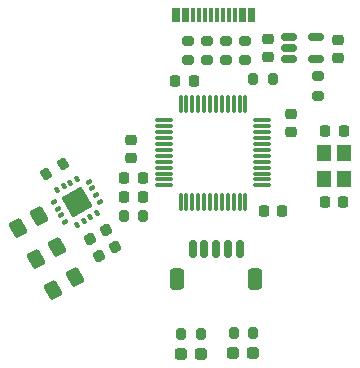
<source format=gbr>
%TF.GenerationSoftware,KiCad,Pcbnew,(7.0.0)*%
%TF.CreationDate,2023-12-11T14:41:33-05:00*%
%TF.ProjectId,stm32-accel-breakout,73746d33-322d-4616-9363-656c2d627265,rev?*%
%TF.SameCoordinates,Original*%
%TF.FileFunction,Paste,Top*%
%TF.FilePolarity,Positive*%
%FSLAX46Y46*%
G04 Gerber Fmt 4.6, Leading zero omitted, Abs format (unit mm)*
G04 Created by KiCad (PCBNEW (7.0.0)) date 2023-12-11 14:41:33*
%MOMM*%
%LPD*%
G01*
G04 APERTURE LIST*
G04 Aperture macros list*
%AMRoundRect*
0 Rectangle with rounded corners*
0 $1 Rounding radius*
0 $2 $3 $4 $5 $6 $7 $8 $9 X,Y pos of 4 corners*
0 Add a 4 corners polygon primitive as box body*
4,1,4,$2,$3,$4,$5,$6,$7,$8,$9,$2,$3,0*
0 Add four circle primitives for the rounded corners*
1,1,$1+$1,$2,$3*
1,1,$1+$1,$4,$5*
1,1,$1+$1,$6,$7*
1,1,$1+$1,$8,$9*
0 Add four rect primitives between the rounded corners*
20,1,$1+$1,$2,$3,$4,$5,0*
20,1,$1+$1,$4,$5,$6,$7,0*
20,1,$1+$1,$6,$7,$8,$9,0*
20,1,$1+$1,$8,$9,$2,$3,0*%
%AMRotRect*
0 Rectangle, with rotation*
0 The origin of the aperture is its center*
0 $1 length*
0 $2 width*
0 $3 Rotation angle, in degrees counterclockwise*
0 Add horizontal line*
21,1,$1,$2,0,0,$3*%
G04 Aperture macros list end*
%ADD10R,0.300000X1.150000*%
%ADD11RoundRect,0.150000X-0.512500X-0.150000X0.512500X-0.150000X0.512500X0.150000X-0.512500X0.150000X0*%
%ADD12RoundRect,0.250000X0.054784X0.580112X-0.529784X0.242612X-0.054784X-0.580112X0.529784X-0.242612X0*%
%ADD13RoundRect,0.100000X0.101554X0.174103X-0.201554X-0.000897X-0.101554X-0.174103X0.201554X0.000897X0*%
%ADD14RoundRect,0.100000X-0.000897X0.201554X-0.174103X0.101554X0.000897X-0.201554X0.174103X-0.101554X0*%
%ADD15RotRect,1.950000X1.950000X210.000000*%
%ADD16RoundRect,0.200000X0.275000X-0.200000X0.275000X0.200000X-0.275000X0.200000X-0.275000X-0.200000X0*%
%ADD17RoundRect,0.200000X0.200000X0.275000X-0.200000X0.275000X-0.200000X-0.275000X0.200000X-0.275000X0*%
%ADD18RoundRect,0.075000X-0.662500X-0.075000X0.662500X-0.075000X0.662500X0.075000X-0.662500X0.075000X0*%
%ADD19RoundRect,0.075000X-0.075000X-0.662500X0.075000X-0.662500X0.075000X0.662500X-0.075000X0.662500X0*%
%ADD20RoundRect,0.200000X-0.275000X0.200000X-0.275000X-0.200000X0.275000X-0.200000X0.275000X0.200000X0*%
%ADD21RoundRect,0.237500X-0.287500X-0.237500X0.287500X-0.237500X0.287500X0.237500X-0.287500X0.237500X0*%
%ADD22RoundRect,0.225000X0.250000X-0.225000X0.250000X0.225000X-0.250000X0.225000X-0.250000X-0.225000X0*%
%ADD23RoundRect,0.225000X0.069856X0.329006X-0.319856X0.104006X-0.069856X-0.329006X0.319856X-0.104006X0*%
%ADD24RoundRect,0.225000X0.225000X0.250000X-0.225000X0.250000X-0.225000X-0.250000X0.225000X-0.250000X0*%
%ADD25RoundRect,0.225000X-0.225000X-0.250000X0.225000X-0.250000X0.225000X0.250000X-0.225000X0.250000X0*%
%ADD26RoundRect,0.225000X-0.250000X0.225000X-0.250000X-0.225000X0.250000X-0.225000X0.250000X0.225000X0*%
%ADD27RoundRect,0.150000X0.150000X0.625000X-0.150000X0.625000X-0.150000X-0.625000X0.150000X-0.625000X0*%
%ADD28RoundRect,0.250000X0.350000X0.650000X-0.350000X0.650000X-0.350000X-0.650000X0.350000X-0.650000X0*%
%ADD29RoundRect,0.200000X-0.035705X-0.338157X0.310705X-0.138157X0.035705X0.338157X-0.310705X0.138157X0*%
%ADD30R,1.200000X1.400000*%
G04 APERTURE END LIST*
D10*
%TO.C,J1*%
X153177214Y-88698050D03*
X152377214Y-88698050D03*
X151077214Y-88698050D03*
X150077214Y-88698050D03*
X149577214Y-88698050D03*
X148577214Y-88698050D03*
X147277214Y-88698050D03*
X146477214Y-88698050D03*
X146777214Y-88698050D03*
X147577214Y-88698050D03*
X148077214Y-88698050D03*
X149077214Y-88698050D03*
X150577214Y-88698050D03*
X151577214Y-88698050D03*
X152077214Y-88698050D03*
X152877214Y-88698050D03*
%TD*%
D11*
%TO.C,U2*%
X156152215Y-90528051D03*
X156152215Y-91478051D03*
X156152215Y-92428051D03*
X158427215Y-92428051D03*
X158427215Y-90528051D03*
%TD*%
D12*
%TO.C,C7*%
X135017215Y-105664578D03*
X133220213Y-106702078D03*
%TD*%
D13*
%TO.C,U3*%
X140186958Y-104472426D03*
X139861958Y-103909509D03*
X139536958Y-103346593D03*
X139211958Y-102783676D03*
D14*
X138221590Y-102518308D03*
X137658673Y-102843308D03*
X137095757Y-103168308D03*
X136532840Y-103493308D03*
D13*
X136267472Y-104483676D03*
X136592472Y-105046593D03*
X136917472Y-105609509D03*
X137242472Y-106172426D03*
D14*
X138232840Y-106437794D03*
X138795757Y-106112794D03*
X139358673Y-105787794D03*
X139921590Y-105462794D03*
D15*
X138227214Y-104478050D03*
%TD*%
D16*
%TO.C,R6*%
X149227215Y-92503051D03*
X149227215Y-90853051D03*
%TD*%
D17*
%TO.C,R7*%
X143852215Y-105678051D03*
X142202215Y-105678051D03*
%TD*%
%TO.C,R10*%
X153175000Y-115600000D03*
X151525000Y-115600000D03*
%TD*%
D18*
%TO.C,U1*%
X145587500Y-97587500D03*
X145587500Y-98087500D03*
X145587500Y-98587500D03*
X145587500Y-99087500D03*
X145587500Y-99587500D03*
X145587500Y-100087500D03*
X145587500Y-100587500D03*
X145587500Y-101087500D03*
X145587500Y-101587500D03*
X145587500Y-102087500D03*
X145587500Y-102587500D03*
X145587500Y-103087500D03*
D19*
X147000000Y-104500000D03*
X147500000Y-104500000D03*
X148000000Y-104500000D03*
X148500000Y-104500000D03*
X149000000Y-104500000D03*
X149500000Y-104500000D03*
X150000000Y-104500000D03*
X150500000Y-104500000D03*
X151000000Y-104500000D03*
X151500000Y-104500000D03*
X152000000Y-104500000D03*
X152500000Y-104500000D03*
D18*
X153912500Y-103087500D03*
X153912500Y-102587500D03*
X153912500Y-102087500D03*
X153912500Y-101587500D03*
X153912500Y-101087500D03*
X153912500Y-100587500D03*
X153912500Y-100087500D03*
X153912500Y-99587500D03*
X153912500Y-99087500D03*
X153912500Y-98587500D03*
X153912500Y-98087500D03*
X153912500Y-97587500D03*
D19*
X152500000Y-96175000D03*
X152000000Y-96175000D03*
X151500000Y-96175000D03*
X151000000Y-96175000D03*
X150500000Y-96175000D03*
X150000000Y-96175000D03*
X149500000Y-96175000D03*
X149000000Y-96175000D03*
X148500000Y-96175000D03*
X148000000Y-96175000D03*
X147500000Y-96175000D03*
X147000000Y-96175000D03*
%TD*%
D20*
%TO.C,R2*%
X147627215Y-90853051D03*
X147627215Y-92503051D03*
%TD*%
%TO.C,R1*%
X152427215Y-90853051D03*
X152427215Y-92503051D03*
%TD*%
D21*
%TO.C,D2*%
X151425000Y-117300000D03*
X153175000Y-117300000D03*
%TD*%
D22*
%TO.C,C1*%
X160327215Y-92303051D03*
X160327215Y-90753051D03*
%TD*%
D23*
%TO.C,C11*%
X141427215Y-108278051D03*
X140084875Y-109053051D03*
%TD*%
D20*
%TO.C,R3*%
X158627215Y-93853051D03*
X158627215Y-95503051D03*
%TD*%
D24*
%TO.C,C4*%
X155602215Y-105278051D03*
X154052215Y-105278051D03*
%TD*%
D25*
%TO.C,C14*%
X159252215Y-98478051D03*
X160802215Y-98478051D03*
%TD*%
D20*
%TO.C,R4*%
X150827215Y-90853051D03*
X150827215Y-92503051D03*
%TD*%
D26*
%TO.C,C3*%
X156350000Y-97025000D03*
X156350000Y-98575000D03*
%TD*%
D12*
%TO.C,C9*%
X138027215Y-110878051D03*
X136230213Y-111915551D03*
%TD*%
D21*
%TO.C,D1*%
X147022785Y-117330492D03*
X148772785Y-117330492D03*
%TD*%
D17*
%TO.C,R9*%
X148697785Y-115630492D03*
X147047785Y-115630492D03*
%TD*%
D24*
%TO.C,C15*%
X160777215Y-104478051D03*
X159227215Y-104478051D03*
%TD*%
D25*
%TO.C,C6*%
X146552215Y-94278051D03*
X148102215Y-94278051D03*
%TD*%
D22*
%TO.C,C2*%
X154427215Y-92253051D03*
X154427215Y-90703051D03*
%TD*%
%TO.C,C5*%
X142800000Y-100775000D03*
X142800000Y-99225000D03*
%TD*%
D23*
%TO.C,C10*%
X140698385Y-106890551D03*
X139356045Y-107665551D03*
%TD*%
D17*
%TO.C,R5*%
X154802215Y-94078051D03*
X153152215Y-94078051D03*
%TD*%
D12*
%TO.C,C8*%
X136522215Y-108271315D03*
X134725213Y-109308815D03*
%TD*%
D24*
%TO.C,C12*%
X143802215Y-104078051D03*
X142252215Y-104078051D03*
%TD*%
D27*
%TO.C,J2*%
X152027215Y-108453051D03*
X151027215Y-108453051D03*
X150027215Y-108453051D03*
X149027215Y-108453051D03*
X148027215Y-108453051D03*
D28*
X153327215Y-110978051D03*
X146727215Y-110978051D03*
%TD*%
D24*
%TO.C,C13*%
X143802215Y-102478051D03*
X142252215Y-102478051D03*
%TD*%
D29*
%TO.C,R8*%
X135598273Y-102103051D03*
X137027215Y-101278051D03*
%TD*%
D30*
%TO.C,Y1*%
X159152214Y-100378050D03*
X159152214Y-102578050D03*
X160852214Y-102578050D03*
X160852214Y-100378050D03*
%TD*%
M02*

</source>
